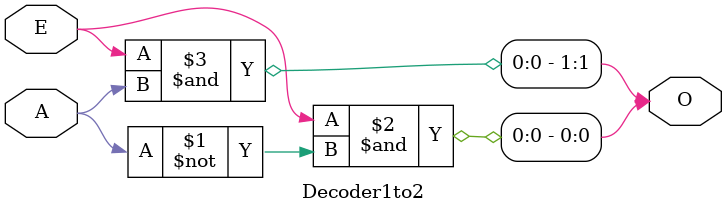
<source format=sv>
module Decoder1to2(
	input logic E,
	input logic A,
	output logic [1:0] O
);

	assign O[0] = E & ~A;
	assign O[1] = E & A;

endmodule 
</source>
